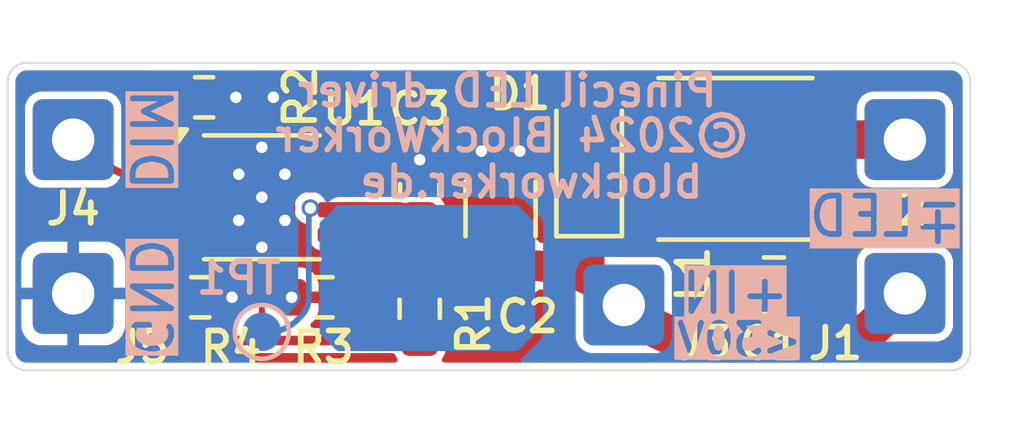
<source format=kicad_pcb>
(kicad_pcb (version 20240108) (generator "pcbnew") (generator_version "8.0")
  (layers (0 "F.Cu" signal) (31 "B.Cu" signal) (34 "B.Paste" user) (35 "F.Paste" user) (36 "B.SilkS" user "B.Silkscreen") (37 "F.SilkS" user "F.Silkscreen") (38 "B.Mask" user) (39 "F.Mask" user) (44 "Edge.Cuts" user))
  (net 0 "")
  (net 1 "Net-(D1-K)")
  (net 2 "Net-(J2-Pin_1)")
  (net 3 "GND")
  (net 4 "Net-(U1-VCC)")
  (net 5 "Net-(D1-A)")
  (net 6 "Net-(J4-Pin_1)")
  (net 7 "Net-(U1-EN)")
  (net 8 "Net-(U1-ISNS)")
  (net 9 "Net-(U1-FS)")
  (footprint "Package_SO:MSOP-8-1EP_3x3mm_P0.65mm_EP1.73x1.85mm" (layer "F.Cu") (at 144.1 99.5)
    (property "Reference" "U1" (at 2.4 -2.3 0) (layer "F.SilkS") (effects (font (size 0.8 0.8))))
    (property "Value" "LM3407MY")
    (fp_line (start 0 -1.61) (end -1.5 -1.61) (stroke (width 0.12)) (layer "F.SilkS"))
    (fp_line (start 0 -1.61) (end 1.5 -1.61) (stroke (width 0.12)) (layer "F.SilkS"))
    (fp_line (start 0 1.61) (end -1.5 1.61) (stroke (width 0.12)) (layer "F.SilkS"))
    (fp_line (start 0 1.61) (end 1.5 1.61) (stroke (width 0.12)) (layer "F.SilkS"))
    (fp_poly (pts (xy -2.1875 -1.435) (xy -2.4275 -1.765) (xy -1.9475 -1.765) (xy -2.1875 -1.435)) (stroke (width 0.12)) (fill solid) (layer "F.SilkS"))
    (pad "1" smd roundrect (at -2.1625 -0.975) (size 1.425 0.4) (layers "F.Cu" "F.Paste" "F.Mask") (net 8 "Net-(U1-ISNS)"))
    (pad "2" smd roundrect (at -2.1625 -0.325) (size 1.425 0.4) (layers "F.Cu" "F.Paste" "F.Mask") (net 6 "Net-(J4-Pin_1)"))
    (pad "3" smd roundrect (at -2.1625 0.325) (size 1.425 0.4) (layers "F.Cu" "F.Paste" "F.Mask") (net 7 "Net-(U1-EN)"))
    (pad "4" smd roundrect (at -2.1625 0.975) (size 1.425 0.4) (layers "F.Cu" "F.Paste" "F.Mask") (net 9 "Net-(U1-FS)"))
    (pad "5" smd roundrect (at 2.1625 0.975) (size 1.425 0.4) (layers "F.Cu" "F.Paste" "F.Mask") (net 1 "Net-(D1-K)"))
    (pad "6" smd roundrect (at 2.1625 0.325) (size 1.425 0.4) (layers "F.Cu" "F.Paste" "F.Mask") (net 4 "Net-(U1-VCC)"))
    (pad "7" smd roundrect (at 2.1625 -0.325) (size 1.425 0.4) (layers "F.Cu" "F.Paste" "F.Mask") (net 3 "GND"))
    (pad "8" smd roundrect (at 2.1625 -0.975) (size 1.425 0.4) (layers "F.Cu" "F.Paste" "F.Mask") (net 5 "Net-(D1-A)"))
    (pad "9" smd rect (at 0 0) (size 1.73 1.85) (property pad_prop_heatsink) (layers "F.Cu" "F.Mask") (net 3 "GND"))
  )
  (footprint "BW_PassiveMechanical:L_Taiyo-Yuden_NR-40xx_HandSolderingCompact" (layer "F.Cu") (at 156.4 98.5)
    (property "Reference" "L1" (at -1.1 3 -90) (layer "F.SilkS") (effects (font (size 0.8 0.8))))
    (property "Value" "150µH")
    (fp_line (start -2 -2.1) (end 2 -2.1) (stroke (width 0.12)) (layer "F.SilkS"))
    (fp_line (start -2 2.1) (end 2 2.1) (stroke (width 0.12)) (layer "F.SilkS"))
    (pad "1" smd rect (at -1.65 0) (size 1.7 3.7) (layers "F.Cu" "F.Paste" "F.Mask") (net 5 "Net-(D1-A)"))
    (pad "2" smd rect (at 1.65 0) (size 1.7 3.7) (layers "F.Cu" "F.Paste" "F.Mask") (net 2 "Net-(J2-Pin_1)"))
  )
  (footprint "Connector_Wire:SolderWire-0.5sqmm_1x01_D0.9mm_OD2.1mm" (layer "F.Cu") (at 153.5 102.3)
    (property "Reference" "J3" (at 2.1 1 180) (layer "F.SilkS") (effects (font (size 0.8 0.8))))
    (property "Value" "VIN")
    (pad "1" thru_hole roundrect (at 0 0) (size 2.1 2.1) (drill 1.1) (layers "*.Cu" "*.Mask") (roundrect_rratio 0.119048) (net 1 "Net-(D1-K)"))
  )
  (footprint "Connector_Wire:SolderWire-0.5sqmm_1x01_D0.9mm_OD2.1mm" (layer "F.Cu") (at 160.8 98 90)
    (property "Reference" "J2" (at -1.8 -0.1 180) (layer "F.SilkS") (effects (font (size 0.8 0.8))))
    (property "Value" "LED-")
    (pad "1" thru_hole roundrect (at 0 0 90) (size 2.1 2.1) (drill 1.1) (layers "*.Cu" "*.Mask") (roundrect_rratio 0.119048) (net 2 "Net-(J2-Pin_1)"))
  )
  (footprint "Resistor_SMD:R_0603_1608Metric" (layer "F.Cu") (at 142.5 102.1)
    (property "Reference" "R4" (at 0.8 1.3 360) (layer "F.SilkS") (effects (font (size 0.8 0.8))))
    (property "Value" "40.2kΩ")
    (fp_line (start -0.237258 -0.5225) (end 0.237258 -0.5225) (stroke (width 0.12)) (layer "F.SilkS"))
    (fp_line (start -0.237258 0.5225) (end 0.237258 0.5225) (stroke (width 0.12)) (layer "F.SilkS"))
    (pad "1" smd roundrect (at -0.825 0) (size 0.8 0.95) (layers "F.Cu" "F.Paste" "F.Mask") (net 9 "Net-(U1-FS)"))
    (pad "2" smd roundrect (at 0.825 0) (size 0.8 0.95) (layers "F.Cu" "F.Paste" "F.Mask") (net 3 "GND"))
  )
  (footprint "Capacitor_SMD:C_0805_2012Metric" (layer "F.Cu") (at 157.4 101.8)
    (property "Reference" "C1" (at -0.1 1.5 0) (layer "F.SilkS") (effects (font (size 0.8 0.8))))
    (property "Value" "4.7µF 35V")
    (fp_line (start -0.261252 -0.735) (end 0.261252 -0.735) (stroke (width 0.12)) (layer "F.SilkS"))
    (fp_line (start -0.261252 0.735) (end 0.261252 0.735) (stroke (width 0.12)) (layer "F.SilkS"))
    (pad "1" smd roundrect (at -0.95 0) (size 1 1.45) (layers "F.Cu" "F.Paste" "F.Mask") (net 1 "Net-(D1-K)"))
    (pad "2" smd roundrect (at 0.95 0) (size 1 1.45) (layers "F.Cu" "F.Paste" "F.Mask") (net 2 "Net-(J2-Pin_1)"))
  )
  (footprint "Connector_Wire:SolderWire-0.5sqmm_1x01_D0.9mm_OD2.1mm" (layer "F.Cu") (at 139.2 98 90)
    (property "Reference" "J4" (at -1.8 0 0) (layer "F.SilkS") (effects (font (size 0.8 0.8))))
    (property "Value" "DIM")
    (pad "1" thru_hole roundrect (at 0 0 90) (size 2.1 2.1) (drill 1.1) (layers "*.Cu" "*.Mask") (roundrect_rratio 0.119048) (net 6 "Net-(J4-Pin_1)"))
  )
  (footprint "Diode_SMD:D_SOD-323_HandSoldering" (layer "F.Cu") (at 152.6 98.5 90)
    (property "Reference" "D1" (at 1.7 -1.8 180) (layer "F.SilkS") (effects (font (size 0.8 0.8))))
    (property "Value" "SS0840WS")
    (fp_line (start -2.01 -0.85) (end 1.25 -0.85) (stroke (width 0.12)) (layer "F.SilkS"))
    (fp_line (start -2.01 -0.85) (end -2.01 0.85) (stroke (width 0.12)) (layer "F.SilkS"))
    (fp_line (start -2.01 0.85) (end 1.25 0.85) (stroke (width 0.12)) (layer "F.SilkS"))
    (pad "1" smd roundrect (at -1.25 0 90) (size 1 1) (layers "F.Cu" "F.Paste" "F.Mask") (net 1 "Net-(D1-K)"))
    (pad "2" smd roundrect (at 1.25 0 90) (size 1 1) (layers "F.Cu" "F.Paste" "F.Mask") (net 5 "Net-(D1-A)"))
  )
  (footprint "Resistor_SMD:R_0603_1608Metric" (layer "F.Cu") (at 148.2 102.4 -90)
    (property "Reference" "R1" (at 0.4 -1.4 90) (layer "F.SilkS") (effects (font (size 0.8 0.8))))
    (property "Value" "4.7kΩ")
    (fp_line (start -0.237258 0.5225) (end 0.237258 0.5225) (stroke (width 0.12)) (layer "F.SilkS"))
    (fp_line (start -0.237258 -0.5225) (end 0.237258 -0.5225) (stroke (width 0.12)) (layer "F.SilkS"))
    (pad "1" smd roundrect (at -0.825 0 270) (size 0.8 0.95) (layers "F.Cu" "F.Paste" "F.Mask") (net 1 "Net-(D1-K)"))
    (pad "2" smd roundrect (at 0.825 0 270) (size 0.8 0.95) (layers "F.Cu" "F.Paste" "F.Mask") (net 7 "Net-(U1-EN)"))
  )
  (footprint "Connector_Wire:SolderWire-0.5sqmm_1x01_D0.9mm_OD2.1mm" (layer "F.Cu") (at 139.2 102 90)
    (property "Reference" "J5" (at -1.4 1.8 0) (layer "F.SilkS") (effects (font (size 0.8 0.8))))
    (property "Value" "GND")
    (pad "1" thru_hole roundrect (at 0 0 90) (size 2.1 2.1) (drill 1.1) (layers "*.Cu" "*.Mask") (roundrect_rratio 0.119048) (net 3 "GND"))
  )
  (footprint "Resistor_SMD:R_0603_1608Metric" (layer "F.Cu") (at 142.6 96.9)
    (property "Reference" "R2" (at 2.5 0 90) (layer "F.SilkS") (effects (font (size 0.8 0.8))))
    (property "Value" "3.09Ω")
    (fp_line (start -0.237258 -0.5225) (end 0.237258 -0.5225) (stroke (width 0.12)) (layer "F.SilkS"))
    (fp_line (start -0.237258 0.5225) (end 0.237258 0.5225) (stroke (width 0.12)) (layer "F.SilkS"))
    (pad "1" smd roundrect (at -0.825 0) (size 0.8 0.95) (layers "F.Cu" "F.Paste" "F.Mask") (net 8 "Net-(U1-ISNS)"))
    (pad "2" smd roundrect (at 0.825 0) (size 0.8 0.95) (layers "F.Cu" "F.Paste" "F.Mask") (net 3 "GND"))
  )
  (footprint "Resistor_SMD:R_0603_1608Metric" (layer "F.Cu") (at 145.7 102.1 180)
    (property "Reference" "R3" (at 0 -1.3 360) (layer "F.SilkS") (effects (font (size 0.8 0.8))))
    (property "Value" "1kΩ")
    (fp_line (start -0.237258 0.5225) (end 0.237258 0.5225) (stroke (width 0.12)) (layer "F.SilkS"))
    (fp_line (start -0.237258 -0.5225) (end 0.237258 -0.5225) (stroke (width 0.12)) (layer "F.SilkS"))
    (pad "1" smd roundrect (at -0.825 0 180) (size 0.8 0.95) (layers "F.Cu" "F.Paste" "F.Mask") (net 7 "Net-(U1-EN)"))
    (pad "2" smd roundrect (at 0.825 0 180) (size 0.8 0.95) (layers "F.Cu" "F.Paste" "F.Mask") (net 3 "GND"))
  )
  (footprint "Capacitor_SMD:C_1206_3216Metric" (layer "F.Cu") (at 150.3 99.8 90)
    (property "Reference" "C2" (at -2.8 0.7 0) (layer "F.SilkS") (effects (font (size 0.8 0.8))))
    (property "Value" "4.7µF 50V")
    (fp_line (start -0.711252 -0.91) (end 0.711252 -0.91) (stroke (width 0.12)) (layer "F.SilkS"))
    (fp_line (start -0.711252 0.91) (end 0.711252 0.91) (stroke (width 0.12)) (layer "F.SilkS"))
    (pad "1" smd roundrect (at -1.475 0 90) (size 1.15 1.8) (layers "F.Cu" "F.Paste" "F.Mask") (roundrect_rratio 0.217391) (net 1 "Net-(D1-K)"))
    (pad "2" smd roundrect (at 1.475 0 90) (size 1.15 1.8) (layers "F.Cu" "F.Paste" "F.Mask") (roundrect_rratio 0.217391) (net 3 "GND"))
  )
  (footprint "Connector_Wire:SolderWire-0.5sqmm_1x01_D0.9mm_OD2.1mm" (layer "F.Cu") (at 160.8 102 90)
    (property "Reference" "J1" (at -1.3 -1.8 180) (layer "F.SilkS") (effects (font (size 0.8 0.8))))
    (property "Value" "LED+")
    (pad "1" thru_hole roundrect (at 0 0 90) (size 2.1 2.1) (drill 1.1) (layers "*.Cu" "*.Mask") (roundrect_rratio 0.119048) (net 1 "Net-(D1-K)"))
  )
  (footprint "Capacitor_SMD:C_0603_1608Metric" (layer "F.Cu") (at 148.2 99.3 90)
    (property "Reference" "C3" (at 2.1 0 180) (layer "F.SilkS") (effects (font (size 0.8 0.8))))
    (property "Value" "1µF")
    (fp_line (start -0.14058 -0.51) (end 0.14058 -0.51) (stroke (width 0.12)) (layer "F.SilkS"))
    (fp_line (start -0.14058 0.51) (end 0.14058 0.51) (stroke (width 0.12)) (layer "F.SilkS"))
    (pad "1" smd roundrect (at -0.775 0 90) (size 0.9 0.95) (layers "F.Cu" "F.Paste" "F.Mask") (net 4 "Net-(U1-VCC)"))
    (pad "2" smd roundrect (at 0.775 0 90) (size 0.9 0.95) (layers "F.Cu" "F.Paste" "F.Mask") (net 3 "GND"))
  )
  (footprint "BW_Logo:BW_Logo_5x3.2mm" (layer "B.Cu") (at 148.4 101.6 180)
    (property "Reference" "REF**" (hide yes))
    (property "Value" "BW_Logo_5x3.2mm" (hide yes))
    (fp_poly (pts (xy -2.7 1.4) (xy -2.3 1.8) (xy 2.3 1.8) (xy 2.7 1.4) (xy 2.7 -1.4) (xy 2.3 -1.8) (xy -2.3 -1.8) (xy -2.7 -1.4)) (stroke (width 0.2)) (fill solid) (layer "B.Cu"))
    (fp_text user "©2024 BlockWorker" (at -2.2 3.7 0) (layer "B.SilkS") (effects (font (size 0.8 0.8)) (justify mirror)))
    (fp_text user "blockworker.de" (at -2.7 2.5 0) (layer "B.SilkS") (effects (font (size 0.8 0.8)) (justify mirror)))
  )
  (footprint "TestPoint:TestPoint_Pad_D1.0mm" (layer "B.Cu") (at 144.1 103 180)
    (property "Reference" "TP1" (at 0.6 1.4 180) (layer "B.SilkS") (effects (font (size 0.8 0.8)) (justify mirror)))
    (property "Value" "VCC")
    (fp_circle (center 0 0) (end 0 -0.7) (stroke (width 0.12)) (fill none) (layer "B.SilkS"))
    (pad "1" smd circle (at 0 0 180) (size 1 1) (layers "B.Cu" "B.Mask") (net 4 "Net-(U1-VCC)"))
  )
  (gr_line (start 162.5 96.5) (end 162.5 103.5) (stroke (width 0.05)) (layer "Edge.Cuts"))
  (gr_line (start 162 104) (end 138 104) (stroke (width 0.05)) (layer "Edge.Cuts"))
  (gr_line (start 138 96) (end 162 96) (stroke (width 0.05)) (layer "Edge.Cuts"))
  (gr_arc (start 138 104) (mid 137.646447 103.853553) (end 137.5 103.5) (stroke (width 0.05)) (layer "Edge.Cuts"))
  (gr_arc (start 162.5 103.5) (mid 162.353553 103.853553) (end 162 104) (stroke (width 0.05)) (layer "Edge.Cuts"))
  (gr_arc (start 137.5 96.5) (mid 137.646447 96.146447) (end 138 96) (stroke (width 0.05)) (layer "Edge.Cuts"))
  (gr_line (start 137.5 103.5) (end 137.5 96.5) (stroke (width 0.05)) (layer "Edge.Cuts"))
  (gr_arc (start 162 96) (mid 162.353553 96.146447) (end 162.5 96.5) (stroke (width 0.05)) (layer "Edge.Cuts"))
  (gr_text "<30V" (at 156.5 103.2 0) (layer "B.SilkS" knockout) (effects (font (size 0.8 0.8)) (justify mirror)))
  (gr_text "DIM" (at 141.2 98 -90) (layer "B.SilkS" knockout) (effects (font (size 1 1)) (justify mirror)))
  (gr_text "GND" (at 141.2 102.1 -90) (layer "B.SilkS" knockout) (effects (font (size 1 1)) (justify mirror)))
  (gr_text "+IN" (at 156.4 102 0) (layer "B.SilkS" knockout) (effects (font (size 1 1)) (justify mirror)))
  (gr_text "Pinecil LED driver" (at 156 97.2 0) (layer "B.SilkS") (effects (font (size 0.8 0.8)) (justify left bottom mirror)))
  (gr_text "∓LED" (at 160.3 100 0) (layer "B.SilkS" knockout) (effects (font (size 1 1)) (justify mirror)))
  (segment (start 151.025432 101.275) (end 150.3 101.275) (width 0.8) (layer "F.Cu") (net 1))
  (segment (start 160.797813 102.046785) (end 160.049896 102.794702) (width 1) (layer "F.Cu") (net 1))
  (segment (start 152.6 99.75) (end 152.6 101.357782) (width 0.8) (layer "F.Cu") (net 1))
  (segment (start 149.575736 101.575) (end 148.2 101.575) (width 0.8) (layer "F.Cu") (net 1))
  (segment (start 147.692202 101.067202) (end 148.2 101.575) (width 0.4) (layer "F.Cu") (net 1))
  (segment (start 160.798377 102.033292) (end 160.797813 102.046785) (width 1) (layer "F.Cu") (net 1))
  (segment (start 160.8 102) (end 160.798377 102.033292) (width 1) (layer "F.Cu") (net 1))
  (segment (start 156.4 103.3) (end 155.914213 103.3) (width 1) (layer "F.Cu") (net 1))
  (segment (start 158.83 103.3) (end 156.4 103.3) (width 1) (layer "F.Cu") (net 1))
  (segment (start 156.45 101.8) (end 156.45 103.17929) (width 1) (layer "F.Cu") (net 1))
  (arc (start 150.3 101.275) (mid 149.967705 101.497033) (end 149.575736 101.575) (width 0.8) (layer "F.Cu") (net 1))
  (arc (start 152.6 101.357782) (mid 152.573864 101.489175) (end 152.499436 101.600564) (width 0.8) (layer "F.Cu") (net 1))
  (arc (start 153.5 102.3) (mid 152.364659 101.541389) (end 151.025432 101.275) (width 0.8) (layer "F.Cu") (net 1))
  (arc (start 146.2625 100.475) (mid 147.036249 100.628908) (end 147.692202 101.067202) (width 0.4) (layer "F.Cu") (net 1))
  (arc (start 155.914213 103.3) (mid 154.60765 103.040109) (end 153.5 102.3) (width 1) (layer "F.Cu") (net 1))
  (arc (start 156.45 103.17929) (mid 156.437005 103.244618) (end 156.4 103.3) (width 1) (layer "F.Cu") (net 1))
  (arc (start 160.049896 102.794702) (mid 159.490203 103.168677) (end 158.83 103.3) (width 1) (layer "F.Cu") (net 1))
  (segment (start 158.35 101.8) (end 158.35 99.224264) (width 1) (layer "F.Cu") (net 2))
  (segment (start 160.8 98) (end 158.41 98) (width 1) (layer "F.Cu") (net 2))
  (segment (start 158.148995 98.261005) (end 158.41 98) (width 1) (layer "F.Cu") (net 2))
  (arc (start 158.05 98.5) (mid 158.075728 98.370657) (end 158.148995 98.261005) (width 1) (layer "F.Cu") (net 2))
  (arc (start 158.35 99.224264) (mid 158.272033 98.832295) (end 158.05 98.5) (width 1) (layer "F.Cu") (net 2))
  (segment (start 146.2625 99.175) (end 144.884619 99.175) (width 0.4) (layer "F.Cu") (net 3))
  (segment (start 150.3 98.325) (end 148.682842 98.325) (width 0.8) (layer "F.Cu") (net 3))
  (segment (start 146.2625 99.175) (end 146.630762 99.175) (width 0.4) (layer "F.Cu") (net 3))
  (via (at 143.5 98.9) (size 0.45) (drill 0.3) (layers "F.Cu" "B.Cu") (net 3))
  (via (at 143.325 102.1) (size 0.45) (drill 0.3) (layers "F.Cu" "B.Cu") (net 3))
  (via (at 144.1 100.8) (size 0.45) (drill 0.3) (layers "F.Cu" "B.Cu") (net 3))
  (via (at 144.7 100.1) (size 0.45) (drill 0.3) (layers "F.Cu" "B.Cu") (net 3))
  (via (at 144.1 98.2) (size 0.45) (drill 0.3) (layers "F.Cu" "B.Cu") (net 3))
  (via (at 143.425 96.9) (size 0.45) (drill 0.3) (layers "F.Cu" "B.Cu") (net 3))
  (via (at 148.2 98.525) (size 0.45) (drill 0.3) (layers "F.Cu" "B.Cu") (net 3))
  (via (at 143.5 100.1) (size 0.45) (drill 0.3) (layers "F.Cu" "B.Cu") (net 3))
  (via (at 149.8 98.3) (size 0.45) (drill 0.3) (layers "F.Cu" "B.Cu") (net 3))
  (via (at 144.875 102.1) (size 0.45) (drill 0.3) (layers "F.Cu" "B.Cu") (net 3))
  (via (at 150.8 98.3) (size 0.45) (drill 0.3) (layers "F.Cu" "B.Cu") (net 3))
  (via (at 144.4 96.9) (size 0.45) (drill 0.3) (layers "F.Cu" "B.Cu") (net 3))
  (via (at 144.1 99.5) (size 0.45) (drill 0.3) (layers "F.Cu" "B.Cu") (net 3))
  (via (at 144.7 98.9) (size 0.45) (drill 0.3) (layers "F.Cu" "B.Cu") (net 3))
  (arc (start 144.884619 99.175) (mid 144.459987 99.259465) (end 144.1 99.5) (width 0.4) (layer "F.Cu") (net 3))
  (arc (start 146.630762 99.175) (mid 147.480028 99.00607) (end 148.2 98.525) (width 0.4) (layer "F.Cu") (net 3))
  (arc (start 148.682842 98.325) (mid 148.42153 98.376978) (end 148.2 98.525) (width 0.8) (layer "F.Cu") (net 3))
  (segment (start 146.2625 99.825) (end 145.468639 99.825) (width 0.15) (layer "F.Cu") (net 4))
  (segment (start 146.2625 99.825) (end 147.596447 99.825) (width 0.4) (layer "F.Cu") (net 4))
  (via (at 145.36 99.78) (size 0.45) (drill 0.3) (layers "F.Cu" "B.Cu") (net 4))
  (arc (start 147.596447 99.825) (mid 147.923087 99.889973) (end 148.2 100.075) (width 0.4) (layer "F.Cu") (net 4))
  (arc (start 145.468639 99.825) (mid 145.409844 99.813305) (end 145.36 99.78) (width 0.15) (layer "F.Cu") (net 4))
  (segment (start 144.27402 103) (end 144.1 103) (width 0.15) (layer "B.Cu") (net 4))
  (segment (start 145.32 99.876568) (end 145.32 102.107158) (width 0.15) (layer "B.Cu") (net 4))
  (segment (start 145.12 102.59) (end 145.018285 102.691715) (width 0.15) (layer "B.Cu") (net 4))
  (arc (start 145.32 102.107158) (mid 145.268021 102.36847) (end 145.12 102.59) (width 0.15) (layer "B.Cu") (net 4))
  (arc (start 145.36 99.78) (mid 145.330396 99.824305) (end 145.32 99.876568) (width 0.15) (layer "B.Cu") (net 4))
  (arc (start 145.018285 102.691715) (mid 144.676813 102.919879) (end 144.27402 103) (width 0.15) (layer "B.Cu") (net 4))
  (segment (start 146.27 98.149827) (end 146.27 98.22) (width 1) (layer "F.Cu") (net 5))
  (segment (start 154.75 98.5) (end 154.75 97.974264) (width 1) (layer "F.Cu") (net 5))
  (segment (start 151.46532 96.78) (end 150 96.78) (width 1) (layer "F.Cu") (net 5))
  (segment (start 150 96.78) (end 147.597401 96.78) (width 1) (layer "F.Cu") (net 5))
  (segment (start 146.27 98.22) (end 146.2625 98.238106) (width 0.4) (layer "F.Cu") (net 5))
  (segment (start 146.2625 98.238106) (end 146.2625 98.525) (width 0.4) (layer "F.Cu") (net 5))
  (segment (start 152.6 97.25) (end 154.45 97.25) (width 1) (layer "F.Cu") (net 5))
  (arc (start 154.75 97.974264) (mid 154.672033 97.582295) (end 154.45 97.25) (width 1) (layer "F.Cu") (net 5))
  (arc (start 147.597401 96.78) (mid 147.100908 96.878759) (end 146.68 97.16) (width 1) (layer "F.Cu") (net 5))
  (arc (start 146.68 97.16) (mid 146.376556 97.614136) (end 146.27 98.149827) (width 1) (layer "F.Cu") (net 5))
  (arc (start 152.6 97.25) (mid 152.079405 96.902149) (end 151.46532 96.78) (width 1) (layer "F.Cu") (net 5))
  (segment (start 139.270145 98.070146) (end 139.2 98) (width 0.2) (layer "F.Cu") (net 6))
  (arc (start 141.9375 99.175) (mid 140.493938 98.887858) (end 139.270145 98.070146) (width 0.2) (layer "F.Cu") (net 6))
  (segment (start 141.9375 99.825) (end 141.231776 99.825) (width 0.25) (layer "F.Cu") (net 7))
  (segment (start 141.62734 103.225) (end 146.5 103.225) (width 0.25) (layer "F.Cu") (net 7))
  (segment (start 146.525 102.1) (end 146.525 103.164645) (width 0.25) (layer "F.Cu") (net 7))
  (segment (start 140.83 100.191421) (end 140.83 102.44) (width 0.25) (layer "F.Cu") (net 7))
  (segment (start 146.5 103.225) (end 148.2 103.225) (width 0.25) (layer "F.Cu") (net 7))
  (segment (start 141.056274 102.986274) (end 141.06 102.99) (width 0.25) (layer "F.Cu") (net 7))
  (arc (start 141.231776 99.825) (mid 141.068456 99.857486) (end 140.93 99.95) (width 0.25) (layer "F.Cu") (net 7))
  (arc (start 146.525 103.164645) (mid 146.518502 103.197309) (end 146.5 103.225) (width 0.25) (layer "F.Cu") (net 7))
  (arc (start 140.93 99.95) (mid 140.855989 100.060765) (end 140.83 100.191421) (width 0.25) (layer "F.Cu") (net 7))
  (arc (start 140.83 102.44) (mid 140.888807 102.735641) (end 141.056274 102.986274) (width 0.25) (layer "F.Cu") (net 7))
  (arc (start 141.06 102.99) (mid 141.320298 103.163926) (end 141.62734 103.225) (width 0.25) (layer "F.Cu") (net 7))
  (segment (start 141.9375 98.2225) (end 141.9375 98.525) (width 0.4) (layer "F.Cu") (net 8))
  (segment (start 141.94 98.22) (end 141.9375 98.2225) (width 0.4) (layer "F.Cu") (net 8))
  (segment (start 141.94 97.298345) (end 141.94 98.22) (width 1) (layer "F.Cu") (net 8))
  (arc (start 141.775 96.9) (mid 141.897118 97.082762) (end 141.94 97.298345) (width 1) (layer "F.Cu") (net 8))
  (segment (start 141.675 102.1) (end 141.675 100.566213) (width 0.25) (layer "F.Cu") (net 9))
  (segment (start 141.9375 100.475) (end 141.822781 100.475) (width 0.25) (layer "F.Cu") (net 9))
  (arc (start 141.675 100.566213) (mid 141.678898 100.546615) (end 141.69 100.53) (width 0.25) (layer "F.Cu") (net 9))
  (arc (start 141.822781 100.475) (mid 141.750921 100.489294) (end 141.69 100.53) (width 0.25) (layer "F.Cu") (net 9))
  (zone (net 3) (net_name "GND") (layers "F&B.Cu") (name "GND") (connect_pads (clearance 0.2)) (min_thickness 0.15) (fill yes (thermal_gap 0.3) (thermal_bridge_width 0.3))
    (polygon (pts (xy 137.3 95.8) (xy 162.7 95.8) (xy 162.7 104.2) (xy 137.3 104.2)))
  )
)
</source>
